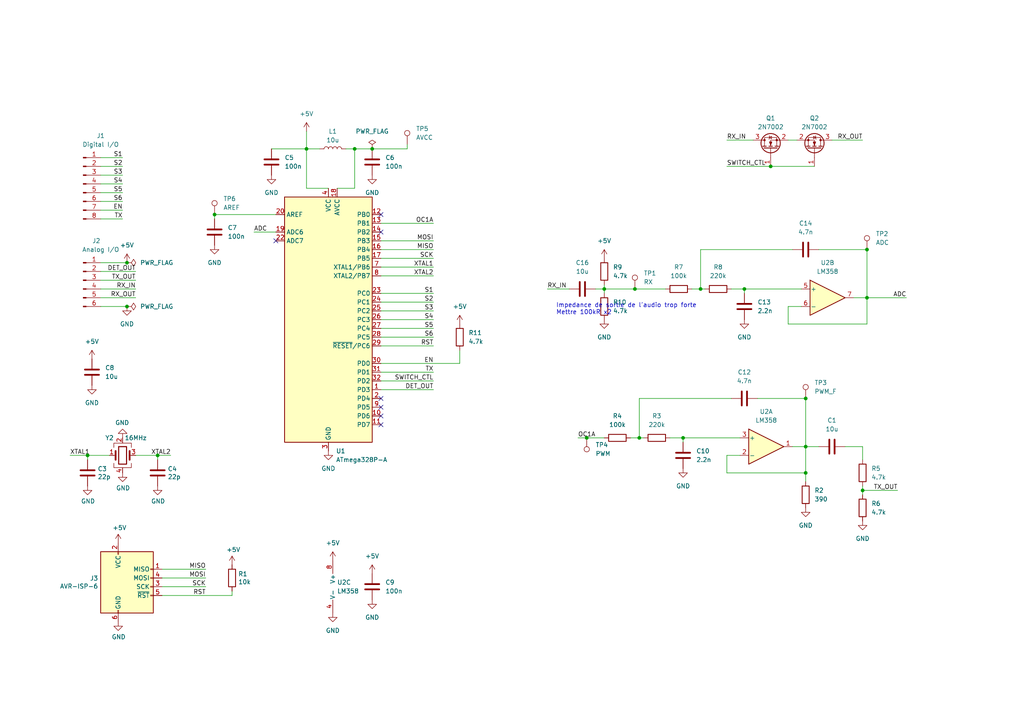
<source format=kicad_sch>
(kicad_sch (version 20230121) (generator eeschema)
  (paper "A4")
  (lib_symbols
    (symbol "Amplifier_Operational:LM358" (pin_names (offset 0.127))
      (property "Reference" "U" (at 0 5.08 0))
      (property "Value" "LM358" (at 0 -5.08 0))
      (symbol "LM358_1_1"
        (polyline (pts (xy -5.08 5.08) (xy 5.08 0) (xy -5.08 -5.08) (xy -5.08 5.08)) (stroke (width 0.254)) (fill (type background)))
        (pin output line (at 7.62 0 180) (length 2.54) (name "~") (number "1"))
        (pin input line (at -7.62 -2.54 0) (length 2.54) (name "-") (number "2"))
        (pin input line (at -7.62 2.54 0) (length 2.54) (name "+") (number "3"))
      )
      (symbol "LM358_2_1"
        (polyline (pts (xy -5.08 5.08) (xy 5.08 0) (xy -5.08 -5.08) (xy -5.08 5.08)) (stroke (width 0.254)) (fill (type background)))
        (pin input line (at -7.62 2.54 0) (length 2.54) (name "+") (number "5"))
        (pin input line (at -7.62 -2.54 0) (length 2.54) (name "-") (number "6"))
        (pin output line (at 7.62 0 180) (length 2.54) (name "~") (number "7"))
      )
      (symbol "LM358_3_1"
        (pin power_in line (at -2.54 -7.62 90) (length 3.81) (name "V-") (number "4"))
        (pin power_in line (at -2.54 7.62 270) (length 3.81) (name "V+") (number "8"))
      )
    )
    (symbol "Connector:AVR-ISP-6" (pin_names (offset 1.016))
      (property "Reference" "J" (at -6.35 11.43 0))
      (property "Value" "AVR-ISP-6" (at 0 11.43 0))
      (symbol "AVR-ISP-6_0_1"
        (rectangle (start -2.667 -6.858) (end -2.413 -7.62))
        (rectangle (start -2.667 10.16) (end -2.413 9.398))
        (rectangle (start 7.62 -2.413) (end 6.858 -2.667))
        (rectangle (start 7.62 0.127) (end 6.858 -0.127))
        (rectangle (start 7.62 2.667) (end 6.858 2.413))
        (rectangle (start 7.62 5.207) (end 6.858 4.953))
        (rectangle (start 7.62 10.16) (end -7.62 -7.62) (stroke (width 0.254)) (fill (type background)))
      )
      (symbol "AVR-ISP-6_1_1"
        (pin passive line (at 10.16 5.08 180) (length 2.54) (name "MISO") (number "1"))
        (pin passive line (at -2.54 12.7 270) (length 2.54) (name "VCC") (number "2"))
        (pin passive line (at 10.16 0 180) (length 2.54) (name "SCK") (number "3"))
        (pin passive line (at 10.16 2.54 180) (length 2.54) (name "MOSI") (number "4"))
        (pin passive line (at 10.16 -2.54 180) (length 2.54) (name "~{RST}") (number "5"))
        (pin passive line (at -2.54 -10.16 90) (length 2.54) (name "GND") (number "6"))
      )
    )
    (symbol "Connector:Conn_01x06_Pin" (pin_names (offset 1.016) hide)
      (property "Reference" "J" (at 0 7.62 0))
      (property "Value" "Conn_01x06_Pin" (at 0 -10.16 0))
      (symbol "Conn_01x06_Pin_1_1"
        (polyline (pts (xy 1.27 -7.62) (xy 0.8636 -7.62)) (stroke (width 0.1524)))
        (polyline (pts (xy 1.27 -5.08) (xy 0.8636 -5.08)) (stroke (width 0.1524)))
        (polyline (pts (xy 1.27 -2.54) (xy 0.8636 -2.54)) (stroke (width 0.1524)))
        (polyline (pts (xy 1.27 0) (xy 0.8636 0)) (stroke (width 0.1524)))
        (polyline (pts (xy 1.27 2.54) (xy 0.8636 2.54)) (stroke (width 0.1524)))
        (polyline (pts (xy 1.27 5.08) (xy 0.8636 5.08)) (stroke (width 0.1524)))
        (rectangle (start 0.8636 -7.493) (end 0 -7.747) (stroke (width 0.1524)) (fill (type outline)))
        (rectangle (start 0.8636 -4.953) (end 0 -5.207) (stroke (width 0.1524)) (fill (type outline)))
        (rectangle (start 0.8636 -2.413) (end 0 -2.667) (stroke (width 0.1524)) (fill (type outline)))
        (rectangle (start 0.8636 0.127) (end 0 -0.127) (stroke (width 0.1524)) (fill (type outline)))
        (rectangle (start 0.8636 2.667) (end 0 2.413) (stroke (width 0.1524)) (fill (type outline)))
        (rectangle (start 0.8636 5.207) (end 0 4.953) (stroke (width 0.1524)) (fill (type outline)))
        (pin passive line (at 5.08 5.08 180) (length 3.81) (name "Pin_1") (number "1"))
        (pin passive line (at 5.08 2.54 180) (length 3.81) (name "Pin_2") (number "2"))
        (pin passive line (at 5.08 0 180) (length 3.81) (name "Pin_3") (number "3"))
        (pin passive line (at 5.08 -2.54 180) (length 3.81) (name "Pin_4") (number "4"))
        (pin passive line (at 5.08 -5.08 180) (length 3.81) (name "Pin_5") (number "5"))
        (pin passive line (at 5.08 -7.62 180) (length 3.81) (name "Pin_6") (number "6"))
      )
    )
    (symbol "Connector:Conn_01x08_Pin" (pin_names (offset 1.016) hide)
      (property "Reference" "J" (at 0 10.16 0))
      (property "Value" "Conn_01x08_Pin" (at 0 -12.7 0))
      (symbol "Conn_01x08_Pin_1_1"
        (polyline (pts (xy 1.27 -10.16) (xy 0.8636 -10.16)) (stroke (width 0.1524)))
        (polyline (pts (xy 1.27 -7.62) (xy 0.8636 -7.62)) (stroke (width 0.1524)))
        (polyline (pts (xy 1.27 -5.08) (xy 0.8636 -5.08)) (stroke (width 0.1524)))
        (polyline (pts (xy 1.27 -2.54) (xy 0.8636 -2.54)) (stroke (width 0.1524)))
        (polyline (pts (xy 1.27 0) (xy 0.8636 0)) (stroke (width 0.1524)))
        (polyline (pts (xy 1.27 2.54) (xy 0.8636 2.54)) (stroke (width 0.1524)))
        (polyline (pts (xy 1.27 5.08) (xy 0.8636 5.08)) (stroke (width 0.1524)))
        (polyline (pts (xy 1.27 7.62) (xy 0.8636 7.62)) (stroke (width 0.1524)))
        (rectangle (start 0.8636 -10.033) (end 0 -10.287) (stroke (width 0.1524)) (fill (type outline)))
        (rectangle (start 0.8636 -7.493) (end 0 -7.747) (stroke (width 0.1524)) (fill (type outline)))
        (rectangle (start 0.8636 -4.953) (end 0 -5.207) (stroke (width 0.1524)) (fill (type outline)))
        (rectangle (start 0.8636 -2.413) (end 0 -2.667) (stroke (width 0.1524)) (fill (type outline)))
        (rectangle (start 0.8636 0.127) (end 0 -0.127) (stroke (width 0.1524)) (fill (type outline)))
        (rectangle (start 0.8636 2.667) (end 0 2.413) (stroke (width 0.1524)) (fill (type outline)))
        (rectangle (start 0.8636 5.207) (end 0 4.953) (stroke (width 0.1524)) (fill (type outline)))
        (rectangle (start 0.8636 7.747) (end 0 7.493) (stroke (width 0.1524)) (fill (type outline)))
        (pin passive line (at 5.08 7.62 180) (length 3.81) (name "Pin_1") (number "1"))
        (pin passive line (at 5.08 5.08 180) (length 3.81) (name "Pin_2") (number "2"))
        (pin passive line (at 5.08 2.54 180) (length 3.81) (name "Pin_3") (number "3"))
        (pin passive line (at 5.08 0 180) (length 3.81) (name "Pin_4") (number "4"))
        (pin passive line (at 5.08 -2.54 180) (length 3.81) (name "Pin_5") (number "5"))
        (pin passive line (at 5.08 -5.08 180) (length 3.81) (name "Pin_6") (number "6"))
        (pin passive line (at 5.08 -7.62 180) (length 3.81) (name "Pin_7") (number "7"))
        (pin passive line (at 5.08 -10.16 180) (length 3.81) (name "Pin_8") (number "8"))
      )
    )
    (symbol "Connector:TestPoint" (pin_numbers hide) (pin_names (offset 0.762) hide)
      (property "Reference" "TP" (at 0 6.858 0))
      (property "Value" "TestPoint" (at 0 5.08 0))
      (symbol "TestPoint_0_1"
        (circle (center 0 3.302) (radius 0.762))
      )
      (symbol "TestPoint_1_1"
        (pin passive line (at 0 0 90) (length 2.54) (name "1") (number "1"))
      )
    )
    (symbol "Device:C" (pin_numbers hide) (pin_names (offset 0.254))
      (property "Reference" "C" (at 0.635 2.54 0))
      (property "Value" "C" (at 0.635 -2.54 0))
      (symbol "C_0_1"
        (polyline (pts (xy -2.032 -0.762) (xy 2.032 -0.762)) (stroke (width 0.508)))
        (polyline (pts (xy -2.032 0.762) (xy 2.032 0.762)) (stroke (width 0.508)))
      )
      (symbol "C_1_1"
        (pin passive line (at 0 3.81 270) (length 2.794) (name "~") (number "1"))
        (pin passive line (at 0 -3.81 90) (length 2.794) (name "~") (number "2"))
      )
    )
    (symbol "Device:Crystal_GND24" (pin_names (offset 1.016) hide)
      (property "Reference" "Y" (at 3.175 5.08 0))
      (property "Value" "Crystal_GND24" (at 3.175 3.175 0))
      (symbol "Crystal_GND24_0_1"
        (rectangle (start -1.143 2.54) (end 1.143 -2.54) (stroke (width 0.3048)))
        (polyline (pts (xy -2.54 0) (xy -2.032 0)))
        (polyline (pts (xy -2.032 -1.27) (xy -2.032 1.27)) (stroke (width 0.508)))
        (polyline (pts (xy 0 -3.81) (xy 0 -3.556)))
        (polyline (pts (xy 0 3.556) (xy 0 3.81)))
        (polyline (pts (xy 2.032 -1.27) (xy 2.032 1.27)) (stroke (width 0.508)))
        (polyline (pts (xy 2.032 0) (xy 2.54 0)))
        (polyline (pts (xy -2.54 -2.286) (xy -2.54 -3.556) (xy 2.54 -3.556) (xy 2.54 -2.286)))
        (polyline (pts (xy -2.54 2.286) (xy -2.54 3.556) (xy 2.54 3.556) (xy 2.54 2.286)))
      )
      (symbol "Crystal_GND24_1_1"
        (pin passive line (at -3.81 0 0) (length 1.27) (name "1") (number "1"))
        (pin passive line (at 0 5.08 270) (length 1.27) (name "2") (number "2"))
        (pin passive line (at 3.81 0 180) (length 1.27) (name "3") (number "3"))
        (pin passive line (at 0 -5.08 90) (length 1.27) (name "4") (number "4"))
      )
    )
    (symbol "Device:L" (pin_numbers hide) (pin_names (offset 1.016) hide)
      (property "Reference" "L" (at -1.27 0 90))
      (property "Value" "L" (at 1.905 0 90))
      (symbol "L_0_1"
        (arc (start 0 -2.54) (mid 0.6323 -1.905) (end 0 -1.27))
        (arc (start 0 -1.27) (mid 0.6323 -0.635) (end 0 0))
        (arc (start 0 0) (mid 0.6323 0.635) (end 0 1.27))
        (arc (start 0 1.27) (mid 0.6323 1.905) (end 0 2.54))
      )
      (symbol "L_1_1"
        (pin passive line (at 0 3.81 270) (length 1.27) (name "1") (number "1"))
        (pin passive line (at 0 -3.81 90) (length 1.27) (name "2") (number "2"))
      )
    )
    (symbol "Device:R" (pin_numbers hide) (pin_names (offset 0))
      (property "Reference" "R" (at 2.032 0 90))
      (property "Value" "R" (at 0 0 90))
      (symbol "R_0_1"
        (rectangle (start -1.016 -2.54) (end 1.016 2.54) (stroke (width 0.254)))
      )
      (symbol "R_1_1"
        (pin passive line (at 0 3.81 270) (length 1.27) (name "~") (number "1"))
        (pin passive line (at 0 -3.81 90) (length 1.27) (name "~") (number "2"))
      )
    )
    (symbol "MCU_Microchip_ATmega:ATmega328P-A"
      (property "Reference" "U" (at -12.7 36.83 0))
      (property "Value" "ATmega328P-A" (at 2.54 -36.83 0))
      (symbol "ATmega328P-A_0_1"
        (rectangle (start -12.7 -35.56) (end 12.7 35.56) (stroke (width 0.254)) (fill (type background)))
      )
      (symbol "ATmega328P-A_1_1"
        (pin bidirectional line (at 15.24 -20.32 180) (length 2.54) (name "PD3") (number "1"))
        (pin bidirectional line (at 15.24 -27.94 180) (length 2.54) (name "PD6") (number "10"))
        (pin bidirectional line (at 15.24 -30.48 180) (length 2.54) (name "PD7") (number "11"))
        (pin bidirectional line (at 15.24 30.48 180) (length 2.54) (name "PB0") (number "12"))
        (pin bidirectional line (at 15.24 27.94 180) (length 2.54) (name "PB1") (number "13"))
        (pin bidirectional line (at 15.24 25.4 180) (length 2.54) (name "PB2") (number "14"))
        (pin bidirectional line (at 15.24 22.86 180) (length 2.54) (name "PB3") (number "15"))
        (pin bidirectional line (at 15.24 20.32 180) (length 2.54) (name "PB4") (number "16"))
        (pin bidirectional line (at 15.24 17.78 180) (length 2.54) (name "PB5") (number "17"))
        (pin power_in line (at 2.54 38.1 270) (length 2.54) (name "AVCC") (number "18"))
        (pin input line (at -15.24 25.4 0) (length 2.54) (name "ADC6") (number "19"))
        (pin bidirectional line (at 15.24 -22.86 180) (length 2.54) (name "PD4") (number "2"))
        (pin passive line (at -15.24 30.48 0) (length 2.54) (name "AREF") (number "20"))
        (pin passive line (at 0 -38.1 90) (length 2.54) hide (name "GND") (number "21"))
        (pin input line (at -15.24 22.86 0) (length 2.54) (name "ADC7") (number "22"))
        (pin bidirectional line (at 15.24 7.62 180) (length 2.54) (name "PC0") (number "23"))
        (pin bidirectional line (at 15.24 5.08 180) (length 2.54) (name "PC1") (number "24"))
        (pin bidirectional line (at 15.24 2.54 180) (length 2.54) (name "PC2") (number "25"))
        (pin bidirectional line (at 15.24 0 180) (length 2.54) (name "PC3") (number "26"))
        (pin bidirectional line (at 15.24 -2.54 180) (length 2.54) (name "PC4") (number "27"))
        (pin bidirectional line (at 15.24 -5.08 180) (length 2.54) (name "PC5") (number "28"))
        (pin bidirectional line (at 15.24 -7.62 180) (length 2.54) (name "~{RESET}/PC6") (number "29"))
        (pin power_in line (at 0 -38.1 90) (length 2.54) (name "GND") (number "3"))
        (pin bidirectional line (at 15.24 -12.7 180) (length 2.54) (name "PD0") (number "30"))
        (pin bidirectional line (at 15.24 -15.24 180) (length 2.54) (name "PD1") (number "31"))
        (pin bidirectional line (at 15.24 -17.78 180) (length 2.54) (name "PD2") (number "32"))
        (pin power_in line (at 0 38.1 270) (length 2.54) (name "VCC") (number "4"))
        (pin passive line (at 0 -38.1 90) (length 2.54) hide (name "GND") (number "5"))
        (pin passive line (at 0 38.1 270) (length 2.54) hide (name "VCC") (number "6"))
        (pin bidirectional line (at 15.24 15.24 180) (length 2.54) (name "XTAL1/PB6") (number "7"))
        (pin bidirectional line (at 15.24 12.7 180) (length 2.54) (name "XTAL2/PB7") (number "8"))
        (pin bidirectional line (at 15.24 -25.4 180) (length 2.54) (name "PD5") (number "9"))
      )
    )
    (symbol "Transistor_FET:2N7002" (pin_names hide)
      (property "Reference" "Q" (at 5.08 1.905 0))
      (property "Value" "2N7002" (at 5.08 0 0))
      (symbol "2N7002_0_1"
        (polyline (pts (xy 0.254 0) (xy -2.54 0)))
        (polyline (pts (xy 0.254 1.905) (xy 0.254 -1.905)) (stroke (width 0.254)))
        (polyline (pts (xy 0.762 -1.27) (xy 0.762 -2.286)) (stroke (width 0.254)))
        (polyline (pts (xy 0.762 0.508) (xy 0.762 -0.508)) (stroke (width 0.254)))
        (polyline (pts (xy 0.762 2.286) (xy 0.762 1.27)) (stroke (width 0.254)))
        (polyline (pts (xy 2.54 2.54) (xy 2.54 1.778)))
        (polyline (pts (xy 2.54 -2.54) (xy 2.54 0) (xy 0.762 0)))
        (polyline (pts (xy 0.762 -1.778) (xy 3.302 -1.778) (xy 3.302 1.778) (xy 0.762 1.778)))
        (polyline (pts (xy 1.016 0) (xy 2.032 0.381) (xy 2.032 -0.381) (xy 1.016 0)) (fill (type outline)))
        (polyline (pts (xy 2.794 0.508) (xy 2.921 0.381) (xy 3.683 0.381) (xy 3.81 0.254)))
        (polyline (pts (xy 3.302 0.381) (xy 2.921 -0.254) (xy 3.683 -0.254) (xy 3.302 0.381)))
        (circle (center 1.651 0) (radius 2.794) (stroke (width 0.254)))
        (circle (center 2.54 -1.778) (radius 0.254) (fill (type outline)))
        (circle (center 2.54 1.778) (radius 0.254) (fill (type outline)))
      )
      (symbol "2N7002_1_1"
        (pin input line (at -5.08 0 0) (length 2.54) (name "G") (number "1"))
        (pin passive line (at 2.54 -5.08 90) (length 2.54) (name "S") (number "2"))
        (pin passive line (at 2.54 5.08 270) (length 2.54) (name "D") (number "3"))
      )
    )
    (symbol "power:+5V" (power) (pin_names (offset 0))
      (property "Value" "+5V" (at 0 3.556 0))
      (symbol "+5V_0_1"
        (polyline (pts (xy -0.762 1.27) (xy 0 2.54)))
        (polyline (pts (xy 0 0) (xy 0 2.54)))
        (polyline (pts (xy 0 2.54) (xy 0.762 1.27)))
      )
      (symbol "+5V_1_1"
        (pin power_in line (at 0 0 90) (length 0) hide (name "+5V") (number "1"))
      )
    )
    (symbol "power:GND" (power) (pin_names (offset 0))
      (property "Value" "GND" (at 0 -3.81 0))
      (symbol "GND_0_1"
        (polyline (pts (xy 0 0) (xy 0 -1.27) (xy 1.27 -1.27) (xy 0 -2.54) (xy -1.27 -1.27) (xy 0 -1.27)))
      )
      (symbol "GND_1_1"
        (pin power_in line (at 0 0 270) (length 0) hide (name "GND") (number "1"))
      )
    )
    (symbol "power:PWR_FLAG" (power) (pin_numbers hide) (pin_names (offset 0) hide)
      (property "Value" "PWR_FLAG" (at 0 3.81 0))
      (symbol "PWR_FLAG_0_0"
        (pin power_out line (at 0 0 90) (length 0) (name "pwr") (number "1"))
      )
      (symbol "PWR_FLAG_0_1"
        (polyline (pts (xy 0 0) (xy 0 1.27) (xy -1.016 1.905) (xy 0 2.54) (xy 1.016 1.905) (xy 0 1.27)))
      )
    )
  )
  (junction (at 36.83 76.2))
  (junction (at 215.9 83.82))
  (junction (at 233.68 137.16))
  (junction (at 88.9 43.18))
  (junction (at 251.46 86.36))
  (junction (at 185.42 127))
  (junction (at 203.2 83.82))
  (junction (at 36.83 88.9))
  (junction (at 45.72 132.08))
  (junction (at 184.15 83.82))
  (junction (at 233.68 129.54))
  (junction (at 223.52 48.26))
  (junction (at 107.95 43.18))
  (junction (at 62.23 62.23))
  (junction (at 170.18 127))
  (junction (at 175.26 83.82))
  (junction (at 250.19 142.24))
  (junction (at 198.12 127))
  (junction (at 102.87 43.18))
  (junction (at 251.46 72.39))
  (junction (at 233.68 115.57))
  (junction (at 25.4 132.08))
  (no_connect (at 110.49 120.65))
  (no_connect (at 80.01 69.85))
  (no_connect (at 110.49 118.11))
  (no_connect (at 110.49 67.31))
  (no_connect (at 110.49 123.19))
  (no_connect (at 110.49 62.23))
  (no_connect (at 110.49 115.57))
  (wire (pts (xy 110.49 74.93) (xy 125.73 74.93)))
  (wire (pts (xy 110.49 64.77) (xy 125.73 64.77)))
  (wire (pts (xy 184.15 83.82) (xy 193.04 83.82)))
  (wire (pts (xy 110.49 80.01) (xy 125.73 80.01)))
  (wire (pts (xy 110.49 107.95) (xy 125.73 107.95)))
  (wire (pts (xy 203.2 83.82) (xy 204.47 83.82)))
  (wire (pts (xy 251.46 86.36) (xy 251.46 72.39)))
  (wire (pts (xy 228.6 93.98) (xy 228.6 88.9)))
  (wire (pts (xy 250.19 133.35) (xy 250.19 129.54)))
  (wire (pts (xy 110.49 110.49) (xy 125.73 110.49)))
  (wire (pts (xy 29.21 76.2) (xy 36.83 76.2)))
  (wire (pts (xy 241.3 40.64) (xy 250.19 40.64)))
  (wire (pts (xy 198.12 127) (xy 198.12 128.27)))
  (wire (pts (xy 175.26 83.82) (xy 175.26 85.09)))
  (wire (pts (xy 110.49 95.25) (xy 125.73 95.25)))
  (wire (pts (xy 233.68 137.16) (xy 210.82 137.16)))
  (wire (pts (xy 67.31 172.72) (xy 67.31 171.45)))
  (wire (pts (xy 185.42 127) (xy 186.69 127)))
  (wire (pts (xy 251.46 86.36) (xy 262.89 86.36)))
  (wire (pts (xy 95.25 54.61) (xy 88.9 54.61)))
  (wire (pts (xy 198.12 127) (xy 214.63 127)))
  (wire (pts (xy 29.21 86.36) (xy 39.37 86.36)))
  (wire (pts (xy 175.26 83.82) (xy 184.15 83.82)))
  (wire (pts (xy 158.75 83.82) (xy 165.1 83.82)))
  (wire (pts (xy 62.23 62.23) (xy 62.23 63.5)))
  (wire (pts (xy 29.21 48.26) (xy 35.56 48.26)))
  (wire (pts (xy 170.18 127) (xy 175.26 127)))
  (wire (pts (xy 212.09 83.82) (xy 215.9 83.82)))
  (wire (pts (xy 118.11 41.91) (xy 118.11 43.18)))
  (wire (pts (xy 102.87 43.18) (xy 107.95 43.18)))
  (wire (pts (xy 110.49 77.47) (xy 125.73 77.47)))
  (wire (pts (xy 228.6 40.64) (xy 231.14 40.64)))
  (wire (pts (xy 110.49 92.71) (xy 125.73 92.71)))
  (wire (pts (xy 223.52 48.26) (xy 236.22 48.26)))
  (wire (pts (xy 210.82 40.64) (xy 218.44 40.64)))
  (wire (pts (xy 110.49 72.39) (xy 125.73 72.39)))
  (wire (pts (xy 46.99 167.64) (xy 59.69 167.64)))
  (wire (pts (xy 45.72 133.35) (xy 45.72 132.08)))
  (wire (pts (xy 25.4 132.08) (xy 25.4 133.35)))
  (wire (pts (xy 45.72 132.08) (xy 49.53 132.08)))
  (wire (pts (xy 182.88 127) (xy 185.42 127)))
  (wire (pts (xy 29.21 78.74) (xy 39.37 78.74)))
  (wire (pts (xy 233.68 129.54) (xy 233.68 115.57)))
  (wire (pts (xy 25.4 132.08) (xy 20.32 132.08)))
  (wire (pts (xy 215.9 83.82) (xy 232.41 83.82)))
  (wire (pts (xy 194.31 127) (xy 198.12 127)))
  (wire (pts (xy 110.49 100.33) (xy 125.73 100.33)))
  (wire (pts (xy 185.42 115.57) (xy 185.42 127)))
  (wire (pts (xy 100.33 43.18) (xy 102.87 43.18)))
  (wire (pts (xy 229.87 72.39) (xy 203.2 72.39)))
  (wire (pts (xy 88.9 38.1) (xy 88.9 43.18)))
  (wire (pts (xy 80.01 62.23) (xy 62.23 62.23)))
  (wire (pts (xy 29.21 83.82) (xy 39.37 83.82)))
  (wire (pts (xy 110.49 69.85) (xy 125.73 69.85)))
  (wire (pts (xy 29.21 45.72) (xy 35.56 45.72)))
  (wire (pts (xy 251.46 93.98) (xy 228.6 93.98)))
  (wire (pts (xy 172.72 83.82) (xy 175.26 83.82)))
  (wire (pts (xy 107.95 43.18) (xy 118.11 43.18)))
  (wire (pts (xy 110.49 85.09) (xy 125.73 85.09)))
  (wire (pts (xy 110.49 87.63) (xy 125.73 87.63)))
  (wire (pts (xy 212.09 115.57) (xy 185.42 115.57)))
  (wire (pts (xy 203.2 72.39) (xy 203.2 83.82)))
  (wire (pts (xy 88.9 43.18) (xy 92.71 43.18)))
  (wire (pts (xy 233.68 129.54) (xy 237.49 129.54)))
  (wire (pts (xy 102.87 54.61) (xy 97.79 54.61)))
  (wire (pts (xy 247.65 86.36) (xy 251.46 86.36)))
  (wire (pts (xy 29.21 55.88) (xy 35.56 55.88)))
  (wire (pts (xy 102.87 43.18) (xy 102.87 54.61)))
  (wire (pts (xy 110.49 113.03) (xy 125.73 113.03)))
  (wire (pts (xy 210.82 137.16) (xy 210.82 132.08)))
  (wire (pts (xy 110.49 97.79) (xy 125.73 97.79)))
  (wire (pts (xy 251.46 86.36) (xy 251.46 93.98)))
  (wire (pts (xy 233.68 115.57) (xy 219.71 115.57)))
  (wire (pts (xy 29.21 81.28) (xy 39.37 81.28)))
  (wire (pts (xy 215.9 83.82) (xy 215.9 85.09)))
  (wire (pts (xy 233.68 137.16) (xy 233.68 139.7)))
  (wire (pts (xy 46.99 170.18) (xy 59.69 170.18)))
  (wire (pts (xy 233.68 129.54) (xy 233.68 137.16)))
  (wire (pts (xy 110.49 90.17) (xy 125.73 90.17)))
  (wire (pts (xy 251.46 72.39) (xy 237.49 72.39)))
  (wire (pts (xy 73.66 67.31) (xy 80.01 67.31)))
  (wire (pts (xy 200.66 83.82) (xy 203.2 83.82)))
  (wire (pts (xy 250.19 129.54) (xy 245.11 129.54)))
  (wire (pts (xy 25.4 132.08) (xy 31.75 132.08)))
  (wire (pts (xy 39.37 132.08) (xy 45.72 132.08)))
  (wire (pts (xy 29.21 50.8) (xy 35.56 50.8)))
  (wire (pts (xy 78.74 43.18) (xy 88.9 43.18)))
  (wire (pts (xy 29.21 63.5) (xy 35.56 63.5)))
  (wire (pts (xy 29.21 60.96) (xy 35.56 60.96)))
  (wire (pts (xy 29.21 58.42) (xy 35.56 58.42)))
  (wire (pts (xy 29.21 88.9) (xy 36.83 88.9)))
  (wire (pts (xy 133.35 105.41) (xy 133.35 101.6)))
  (wire (pts (xy 88.9 54.61) (xy 88.9 43.18)))
  (wire (pts (xy 46.99 172.72) (xy 67.31 172.72)))
  (wire (pts (xy 29.21 53.34) (xy 35.56 53.34)))
  (wire (pts (xy 175.26 82.55) (xy 175.26 83.82)))
  (wire (pts (xy 46.99 165.1) (xy 59.69 165.1)))
  (wire (pts (xy 250.19 142.24) (xy 260.35 142.24)))
  (wire (pts (xy 167.64 127) (xy 170.18 127)))
  (wire (pts (xy 229.87 129.54) (xy 233.68 129.54)))
  (wire (pts (xy 210.82 48.26) (xy 223.52 48.26)))
  (wire (pts (xy 110.49 105.41) (xy 133.35 105.41)))
  (wire (pts (xy 210.82 132.08) (xy 214.63 132.08)))
  (wire (pts (xy 250.19 142.24) (xy 250.19 143.51)))
  (wire (pts (xy 250.19 140.97) (xy 250.19 142.24)))
  (wire (pts (xy 228.6 88.9) (xy 232.41 88.9)))
  (text "Impedance de sortie de l'audio trop forte\nMettre 100kR x2" (at 161.29 91.44 0) (effects (font (size 1.27 1.27)) (justify left bottom)))
  (label "TX" (at 35.56 63.5 180))
  (label "MOSI" (at 59.69 167.64 180))
  (label "S4" (at 35.56 53.34 180))
  (label "S2" (at 125.73 87.63 180))
  (label "S1" (at 125.73 85.09 180))
  (label "S6" (at 35.56 58.42 180))
  (label "ADC" (at 73.66 67.31 0))
  (label "S4" (at 125.73 92.71 180))
  (label "OC1A" (at 167.64 127 0))
  (label "S3" (at 35.56 50.8 180))
  (label "DET_OUT" (at 39.37 78.74 180))
  (label "XTAL2" (at 125.73 80.01 180))
  (label "TX" (at 125.73 107.95 180))
  (label "RX_IN" (at 158.75 83.82 0))
  (label "S2" (at 35.56 48.26 180))
  (label "MOSI" (at 125.73 69.85 180))
  (label "S5" (at 35.56 55.88 180))
  (label "XTAL1" (at 125.73 77.47 180))
  (label "MISO" (at 125.73 72.39 180))
  (label "XTAL2" (at 49.53 132.08 180))
  (label "XTAL1" (at 20.32 132.08 0))
  (label "TX_OUT" (at 39.37 81.28 180))
  (label "DET_OUT" (at 125.73 113.03 180))
  (label "RST" (at 59.69 172.72 180))
  (label "S1" (at 35.56 45.72 180))
  (label "RST" (at 125.73 100.33 180))
  (label "S3" (at 125.73 90.17 180))
  (label "RX_IN" (at 210.82 40.64 0))
  (label "S6" (at 125.73 97.79 180))
  (label "TX_OUT" (at 260.35 142.24 180))
  (label "EN" (at 35.56 60.96 180))
  (label "S5" (at 125.73 95.25 180))
  (label "RX_IN" (at 39.37 83.82 180))
  (label "OC1A" (at 125.73 64.77 180))
  (label "SCK" (at 125.73 74.93 180))
  (label "RX_OUT" (at 250.19 40.64 180))
  (label "RX_OUT" (at 39.37 86.36 180))
  (label "MISO" (at 59.69 165.1 180))
  (label "ADC" (at 262.89 86.36 180))
  (label "SWITCH_CTL" (at 210.82 48.26 0))
  (label "SWITCH_CTL" (at 125.73 110.49 180))
  (label "EN" (at 125.73 105.41 180))
  (label "SCK" (at 59.69 170.18 180))
  (symbol (lib_id "power:PWR_FLAG") (at 107.95 43.18 0) (unit 1)
    (property "Reference" "#FLG03" (effects hide))
    (property "Value" "PWR_FLAG" (at 107.95 38.1 0))
  )
  (symbol (lib_id "Device:C") (at 198.12 132.08 0) (unit 1)
    (property "Reference" "C10" (at 201.93 130.81 0) (effects (justify left)))
    (property "Value" "2.2n" (at 201.93 133.35 0) (effects (justify left)))
    (property "Footprint" "Capacitor_SMD:C_0805_2012Metric" (effects hide))
  )
  (symbol (lib_id "Connector:TestPoint") (at 233.68 115.57 0) (unit 1)
    (property "Reference" "TP3" (at 236.22 110.998 0) (effects (justify left)))
    (property "Value" "PWM_F" (at 236.22 113.538 0) (effects (justify left)))
    (property "Footprint" "TestPoint:TestPoint_THTPad_D1.0mm_Drill0.5mm" (effects hide))
  )
  (symbol (lib_id "Device:C") (at 26.67 107.95 0) (unit 1)
    (property "Reference" "C8" (at 30.48 106.68 0) (effects (justify left)))
    (property "Value" "10u" (at 30.48 109.22 0) (effects (justify left)))
    (property "Footprint" "Capacitor_SMD:C_0603_1608Metric" (effects hide))
  )
  (symbol (lib_id "power:GND") (at 34.29 180.34 0) (unit 1)
    (property "Reference" "#PWR09" (effects hide))
    (property "Value" "GND" (at 34.417 184.7342 0))
  )
  (symbol (lib_id "power:+5V") (at 96.52 162.56 0) (unit 1)
    (property "Reference" "#PWR025" (effects hide))
    (property "Value" "+5V" (at 96.52 157.48 0))
  )
  (symbol (lib_id "Device:R") (at 179.07 127 90) (unit 1)
    (property "Reference" "R4" (at 179.07 120.65 90))
    (property "Value" "100k" (at 179.07 123.19 90))
    (property "Footprint" "Resistor_SMD:R_0603_1608Metric" (effects hide))
  )
  (symbol (lib_id "Device:C") (at 25.4 137.16 0) (unit 1)
    (property "Reference" "C3" (at 28.321 135.9916 0) (effects (justify left)))
    (property "Value" "22p" (at 28.321 138.303 0) (effects (justify left)))
    (property "Footprint" "Capacitor_SMD:C_0603_1608Metric" (effects hide))
  )
  (symbol (lib_id "power:GND") (at 175.26 92.71 0) (unit 1)
    (property "Reference" "#PWR029" (effects hide))
    (property "Value" "GND" (at 175.26 97.79 0))
  )
  (symbol (lib_id "power:GND") (at 35.56 127 180) (unit 1)
    (property "Reference" "#PWR018" (effects hide))
    (property "Value" "GND" (at 35.433 122.6058 0))
  )
  (symbol (lib_id "Device:C") (at 233.68 72.39 90) (unit 1)
    (property "Reference" "C14" (at 233.68 64.77 90))
    (property "Value" "4.7n" (at 233.68 67.31 90))
    (property "Footprint" "Capacitor_SMD:C_0603_1608Metric" (effects hide))
  )
  (symbol (lib_id "Device:Crystal_GND24") (at 35.56 132.08 0) (unit 1)
    (property "Reference" "Y2" (at 31.75 127 0))
    (property "Value" "16MHz" (at 39.37 127 0))
    (property "Footprint" "Crystal:Crystal_SMD_TXC_7M-4Pin_3.2x2.5mm" (effects hide))
  )
  (symbol (lib_id "Device:C") (at 107.95 46.99 0) (unit 1)
    (property "Reference" "C6" (at 111.76 45.72 0) (effects (justify left)))
    (property "Value" "100n" (at 111.76 48.26 0) (effects (justify left)))
    (property "Footprint" "Capacitor_SMD:C_0603_1608Metric" (effects hide))
  )
  (symbol (lib_id "Device:C") (at 107.95 170.18 0) (unit 1)
    (property "Reference" "C9" (at 111.76 168.91 0) (effects (justify left)))
    (property "Value" "100n" (at 111.76 171.45 0) (effects (justify left)))
    (property "Footprint" "Capacitor_SMD:C_0603_1608Metric" (effects hide))
  )
  (symbol (lib_id "Device:R") (at 208.28 83.82 90) (unit 1)
    (property "Reference" "R8" (at 208.28 77.47 90))
    (property "Value" "220k" (at 208.28 80.01 90))
    (property "Footprint" "Resistor_SMD:R_0603_1608Metric" (effects hide))
  )
  (symbol (lib_id "Connector:AVR-ISP-6") (at 36.83 170.18 0) (unit 1)
    (property "Reference" "J3" (at 28.4734 167.7416 0) (effects (justify right)))
    (property "Value" "AVR-ISP-6" (at 28.4734 170.053 0) (effects (justify right)))
    (property "Footprint" "Connector_PinHeader_2.54mm:PinHeader_2x03_P2.54mm_Vertical" (effects hide))
    (property "Datasheet" " ~" (effects hide))
  )
  (symbol (lib_id "Device:R") (at 175.26 78.74 0) (unit 1)
    (property "Reference" "R9" (at 177.8 77.47 0) (effects (justify left)))
    (property "Value" "4.7k" (at 177.8 80.01 0) (effects (justify left)))
    (property "Footprint" "Resistor_SMD:R_0603_1608Metric" (effects hide))
  )
  (symbol (lib_id "Device:R") (at 175.26 88.9 0) (unit 1)
    (property "Reference" "R10" (at 177.8 87.63 0) (effects (justify left)))
    (property "Value" "4.7k" (at 177.8 90.17 0) (effects (justify left)))
    (property "Footprint" "Resistor_SMD:R_0603_1608Metric" (effects hide))
  )
  (symbol (lib_id "Device:C") (at 45.72 137.16 0) (unit 1)
    (property "Reference" "C4" (at 48.641 135.9916 0) (effects (justify left)))
    (property "Value" "22p" (at 48.641 138.303 0) (effects (justify left)))
    (property "Footprint" "Capacitor_SMD:C_0603_1608Metric" (effects hide))
  )
  (symbol (lib_id "power:GND") (at 25.4 140.97 0) (unit 1)
    (property "Reference" "#PWR010" (effects hide))
    (property "Value" "GND" (at 25.527 145.3642 0))
  )
  (symbol (lib_id "power:GND") (at 198.12 135.89 0) (unit 1)
    (property "Reference" "#PWR027" (effects hide))
    (property "Value" "GND" (at 198.12 140.97 0))
  )
  (symbol (lib_id "Device:R") (at 196.85 83.82 90) (unit 1)
    (property "Reference" "R7" (at 196.85 77.47 90))
    (property "Value" "100k" (at 196.85 80.01 90))
    (property "Footprint" "Resistor_SMD:R_0603_1608Metric" (effects hide))
  )
  (symbol (lib_id "power:+5V") (at 133.35 93.98 0) (unit 1)
    (property "Reference" "#PWR06" (effects hide))
    (property "Value" "+5V" (at 133.35 88.9 0))
  )
  (symbol (lib_id "power:GND") (at 107.95 50.8 0) (unit 1)
    (property "Reference" "#PWR014" (effects hide))
    (property "Value" "GND" (at 107.95 55.88 0))
  )
  (symbol (lib_id "Device:C") (at 215.9 115.57 90) (unit 1)
    (property "Reference" "C12" (at 215.9 107.95 90))
    (property "Value" "4.7n" (at 215.9 110.49 90))
    (property "Footprint" "Capacitor_SMD:C_0603_1608Metric" (effects hide))
  )
  (symbol (lib_id "power:+5V") (at 36.83 76.2 0) (unit 1)
    (property "Reference" "#PWR02" (effects hide))
    (property "Value" "+5V" (at 36.83 71.12 0))
  )
  (symbol (lib_id "power:+5V") (at 107.95 166.37 0) (unit 1)
    (property "Reference" "#PWR020" (effects hide))
    (property "Value" "+5V" (at 107.95 161.29 0))
  )
  (symbol (lib_id "Amplifier_Operational:LM358") (at 240.03 86.36 0) (unit 2)
    (property "Reference" "U2" (at 240.03 76.2 0))
    (property "Value" "LM358" (at 240.03 78.74 0))
    (property "Footprint" "Package_SO:SOIC-8_3.9x4.9mm_P1.27mm" (effects hide))
    (property "Datasheet" "http://www.ti.com/lit/ds/symlink/lm2904-n.pdf" (effects hide))
  )
  (symbol (lib_id "Device:C") (at 78.74 46.99 0) (unit 1)
    (property "Reference" "C5" (at 82.55 45.72 0) (effects (justify left)))
    (property "Value" "100n" (at 82.55 48.26 0) (effects (justify left)))
    (property "Footprint" "Capacitor_SMD:C_0603_1608Metric" (effects hide))
  )
  (symbol (lib_id "Device:C") (at 215.9 88.9 0) (unit 1)
    (property "Reference" "C13" (at 219.71 87.63 0) (effects (justify left)))
    (property "Value" "2.2n" (at 219.71 90.17 0) (effects (justify left)))
    (property "Footprint" "Capacitor_SMD:C_0805_2012Metric" (effects hide))
  )
  (symbol (lib_id "Device:L") (at 96.52 43.18 90) (unit 1)
    (property "Reference" "L1" (at 96.52 38.1 90))
    (property "Value" "10u" (at 96.52 40.64 90))
    (property "Footprint" "Inductor_SMD:L_0805_2012Metric" (effects hide))
  )
  (symbol (lib_id "power:GND") (at 26.67 111.76 0) (unit 1)
    (property "Reference" "#PWR04" (effects hide))
    (property "Value" "GND" (at 26.67 116.84 0))
  )
  (symbol (lib_id "Device:R") (at 133.35 97.79 0) (unit 1)
    (property "Reference" "R11" (at 135.89 96.52 0) (effects (justify left)))
    (property "Value" "4.7k" (at 135.89 99.06 0) (effects (justify left)))
    (property "Footprint" "Resistor_SMD:R_0603_1608Metric" (effects hide))
  )
  (symbol (lib_id "power:+5V") (at 67.31 163.83 0) (unit 1)
    (property "Reference" "#PWR012" (effects hide))
    (property "Value" "+5V" (at 67.691 159.4358 0))
  )
  (symbol (lib_id "power:+5V") (at 88.9 38.1 0) (unit 1)
    (property "Reference" "#PWR016" (effects hide))
    (property "Value" "+5V" (at 88.9 33.02 0))
  )
  (symbol (lib_id "Device:R") (at 190.5 127 90) (unit 1)
    (property "Reference" "R3" (at 190.5 120.65 90))
    (property "Value" "220k" (at 190.5 123.19 90))
    (property "Footprint" "Resistor_SMD:R_0603_1608Metric" (effects hide))
  )
  (symbol (lib_id "power:GND") (at 215.9 92.71 0) (unit 1)
    (property "Reference" "#PWR028" (effects hide))
    (property "Value" "GND" (at 215.9 97.79 0))
  )
  (symbol (lib_id "Device:C") (at 168.91 83.82 90) (unit 1)
    (property "Reference" "C16" (at 168.91 76.2 90))
    (property "Value" "10u" (at 168.91 78.74 90))
    (property "Footprint" "Capacitor_SMD:C_0603_1608Metric" (effects hide))
  )
  (symbol (lib_id "power:GND") (at 233.68 147.32 0) (unit 1)
    (property "Reference" "#PWR05" (effects hide))
    (property "Value" "GND" (at 233.68 152.4 0))
  )
  (symbol (lib_id "power:GND") (at 95.25 130.81 0) (unit 1)
    (property "Reference" "#PWR07" (effects hide))
    (property "Value" "GND" (at 95.25 135.89 0))
  )
  (symbol (lib_id "Connector:TestPoint") (at 118.11 41.91 0) (unit 1)
    (property "Reference" "TP5" (at 120.65 37.338 0) (effects (justify left)))
    (property "Value" "AVCC" (at 120.65 39.878 0) (effects (justify left)))
    (property "Footprint" "TestPoint:TestPoint_THTPad_D1.0mm_Drill0.5mm" (effects hide))
  )
  (symbol (lib_id "power:GND") (at 250.19 151.13 0) (unit 1)
    (property "Reference" "#PWR026" (effects hide))
    (property "Value" "GND" (at 250.19 156.21 0))
  )
  (symbol (lib_id "Connector:TestPoint") (at 170.18 127 180) (unit 1)
    (property "Reference" "TP4" (at 172.72 129.032 0) (effects (justify right)))
    (property "Value" "PWM" (at 172.72 131.572 0) (effects (justify right)))
    (property "Footprint" "TestPoint:TestPoint_THTPad_D1.0mm_Drill0.5mm" (effects hide))
  )
  (symbol (lib_id "Amplifier_Operational:LM358") (at 99.06 170.18 0) (unit 3)
    (property "Reference" "U2" (at 97.79 168.91 0) (effects (justify left)))
    (property "Value" "LM358" (at 97.79 171.45 0) (effects (justify left)))
    (property "Footprint" "Package_SO:SOIC-8_3.9x4.9mm_P1.27mm" (effects hide))
    (property "Datasheet" "http://www.ti.com/lit/ds/symlink/lm2904-n.pdf" (effects hide))
  )
  (symbol (lib_id "power:GND") (at 35.56 137.16 0) (unit 1)
    (property "Reference" "#PWR013" (effects hide))
    (property "Value" "GND" (at 35.687 141.5542 0))
  )
  (symbol (lib_id "Transistor_FET:2N7002") (at 223.52 43.18 90) (unit 1)
    (property "Reference" "Q1" (at 223.52 34.29 90))
    (property "Value" "2N7002" (at 223.52 36.83 90))
    (property "Footprint" "Package_TO_SOT_SMD:SOT-23" (effects hide))
    (property "Datasheet" "https://www.onsemi.com/pub/Collateral/NDS7002A-D.PDF" (effects hide))
  )
  (symbol (lib_id "Device:R") (at 233.68 143.51 0) (unit 1)
    (property "Reference" "R2" (at 236.22 142.24 0) (effects (justify left)))
    (property "Value" "390" (at 236.22 144.78 0) (effects (justify left)))
    (property "Footprint" "Resistor_SMD:R_0603_1608Metric" (effects hide))
  )
  (symbol (lib_id "Transistor_FET:2N7002") (at 236.22 43.18 270) (mirror x) (unit 1)
    (property "Reference" "Q2" (at 236.22 34.29 90))
    (property "Value" "2N7002" (at 236.22 36.83 90))
    (property "Footprint" "Package_TO_SOT_SMD:SOT-23" (effects hide))
    (property "Datasheet" "https://www.onsemi.com/pub/Collateral/NDS7002A-D.PDF" (effects hide))
  )
  (symbol (lib_id "power:PWR_FLAG") (at 36.83 88.9 270) (unit 1)
    (property "Reference" "#FLG02" (effects hide))
    (property "Value" "PWR_FLAG" (at 40.64 88.9 90) (effects (justify left)))
  )
  (symbol (lib_id "power:+5V") (at 175.26 74.93 0) (unit 1)
    (property "Reference" "#PWR030" (effects hide))
    (property "Value" "+5V" (at 175.26 69.85 0))
  )
  (symbol (lib_id "power:PWR_FLAG") (at 36.83 76.2 270) (unit 1)
    (property "Reference" "#FLG01" (effects hide))
    (property "Value" "PWR_FLAG" (at 40.64 76.2 90) (effects (justify left)))
  )
  (symbol (lib_id "power:+5V") (at 26.67 104.14 0) (unit 1)
    (property "Reference" "#PWR03" (effects hide))
    (property "Value" "+5V" (at 26.67 99.06 0))
  )
  (symbol (lib_id "Device:C") (at 241.3 129.54 90) (unit 1)
    (property "Reference" "C1" (at 241.3 121.92 90))
    (property "Value" "10u" (at 241.3 124.46 90))
    (property "Footprint" "Capacitor_SMD:C_0603_1608Metric" (effects hide))
  )
  (symbol (lib_id "Connector:Conn_01x06_Pin") (at 24.13 81.28 0) (unit 1)
    (property "Reference" "J2" (at 27.94 69.85 0))
    (property "Value" "Analog I/O" (at 29.21 72.39 0))
    (property "Footprint" "Connector_PinHeader_2.54mm:PinHeader_1x06_P2.54mm_Vertical" (effects hide))
  )
  (symbol (lib_id "power:GND") (at 78.74 50.8 0) (unit 1)
    (property "Reference" "#PWR015" (effects hide))
    (property "Value" "GND" (at 78.74 55.88 0))
  )
  (symbol (lib_id "Connector:TestPoint") (at 62.23 62.23 0) (unit 1)
    (property "Reference" "TP6" (at 64.77 57.658 0) (effects (justify left)))
    (property "Value" "AREF" (at 64.77 60.198 0) (effects (justify left)))
    (property "Footprint" "TestPoint:TestPoint_THTPad_D1.0mm_Drill0.5mm" (effects hide))
  )
  (symbol (lib_id "power:GND") (at 107.95 173.99 0) (unit 1)
    (property "Reference" "#PWR021" (effects hide))
    (property "Value" "GND" (at 107.95 179.07 0))
  )
  (symbol (lib_id "Device:R") (at 250.19 147.32 0) (unit 1)
    (property "Reference" "R6" (at 252.73 146.05 0) (effects (justify left)))
    (property "Value" "4.7k" (at 252.73 148.59 0) (effects (justify left)))
    (property "Footprint" "Resistor_SMD:R_0603_1608Metric" (effects hide))
  )
  (symbol (lib_id "power:GND") (at 36.83 88.9 0) (unit 1)
    (property "Reference" "#PWR01" (effects hide))
    (property "Value" "GND" (at 36.83 93.98 0))
  )
  (symbol (lib_id "power:+5V") (at 34.29 157.48 0) (unit 1)
    (property "Reference" "#PWR08" (effects hide))
    (property "Value" "+5V" (at 34.671 153.0858 0))
  )
  (symbol (lib_id "Connector:Conn_01x08_Pin") (at 24.13 53.34 0) (unit 1)
    (property "Reference" "J1" (at 29.21 39.37 0))
    (property "Value" "Digital I/O" (at 29.21 41.91 0))
    (property "Footprint" "Connector_PinHeader_2.54mm:PinHeader_1x08_P2.54mm_Vertical" (effects hide))
  )
  (symbol (lib_id "Device:R") (at 67.31 167.64 0) (unit 1)
    (property "Reference" "R1" (at 69.088 166.4716 0) (effects (justify left)))
    (property "Value" "10k" (at 69.088 168.783 0) (effects (justify left)))
    (property "Footprint" "Resistor_SMD:R_0603_1608Metric" (effects hide))
  )
  (symbol (lib_id "Device:C") (at 62.23 67.31 0) (unit 1)
    (property "Reference" "C7" (at 66.04 66.04 0) (effects (justify left)))
    (property "Value" "100n" (at 66.04 68.58 0) (effects (justify left)))
    (property "Footprint" "Capacitor_SMD:C_0603_1608Metric" (effects hide))
  )
  (symbol (lib_id "Connector:TestPoint") (at 184.15 83.82 0) (unit 1)
    (property "Reference" "TP1" (at 186.69 79.248 0) (effects (justify left)))
    (property "Value" "RX" (at 186.69 81.788 0) (effects (justify left)))
    (property "Footprint" "TestPoint:TestPoint_THTPad_D1.0mm_Drill0.5mm" (effects hide))
  )
  (symbol (lib_id "Amplifier_Operational:LM358") (at 222.25 129.54 0) (unit 1)
    (property "Reference" "U2" (at 222.25 119.38 0))
    (property "Value" "LM358" (at 222.25 121.92 0))
    (property "Footprint" "Package_SO:SOIC-8_3.9x4.9mm_P1.27mm" (effects hide))
    (property "Datasheet" "http://www.ti.com/lit/ds/symlink/lm2904-n.pdf" (effects hide))
  )
  (symbol (lib_id "power:GND") (at 45.72 140.97 0) (unit 1)
    (property "Reference" "#PWR011" (effects hide))
    (property "Value" "GND" (at 45.847 145.3642 0))
  )
  (symbol (lib_id "Connector:TestPoint") (at 251.46 72.39 0) (unit 1)
    (property "Reference" "TP2" (at 254 67.818 0) (effects (justify left)))
    (property "Value" "ADC" (at 254 70.358 0) (effects (justify left)))
    (property "Footprint" "TestPoint:TestPoint_THTPad_D1.0mm_Drill0.5mm" (effects hide))
  )
  (symbol (lib_id "MCU_Microchip_ATmega:ATmega328P-A") (at 95.25 92.71 0) (unit 1)
    (property "Reference" "U1" (at 97.4441 130.81 0) (effects (justify left)))
    (property "Value" "ATmega328P-A" (at 97.4441 133.35 0) (effects (justify left)))
    (property "Footprint" "Package_QFP:TQFP-32_7x7mm_P0.8mm" (effects hide))
    (property "Datasheet" "http://ww1.microchip.com/downloads/en/DeviceDoc/ATmega328_P%20AVR%20MCU%20with%20picoPower%20Technology%20Data%20Sheet%2040001984A.pdf" (effects hide))
  )
  (symbol (lib_id "power:GND") (at 96.52 177.8 0) (unit 1)
    (property "Reference" "#PWR022" (effects hide))
    (property "Value" "GND" (at 96.52 182.88 0))
  )
  (symbol (lib_id "Device:R") (at 250.19 137.16 0) (unit 1)
    (property "Reference" "R5" (at 252.73 135.89 0) (effects (justify left)))
    (property "Value" "4.7k" (at 252.73 138.43 0) (effects (justify left)))
    (property "Footprint" "Resistor_SMD:R_0603_1608Metric" (effects hide))
  )
  (symbol (lib_id "power:GND") (at 62.23 71.12 0) (unit 1)
    (property "Reference" "#PWR017" (effects hide))
    (property "Value" "GND" (at 62.23 76.2 0))
  )
)
</source>
